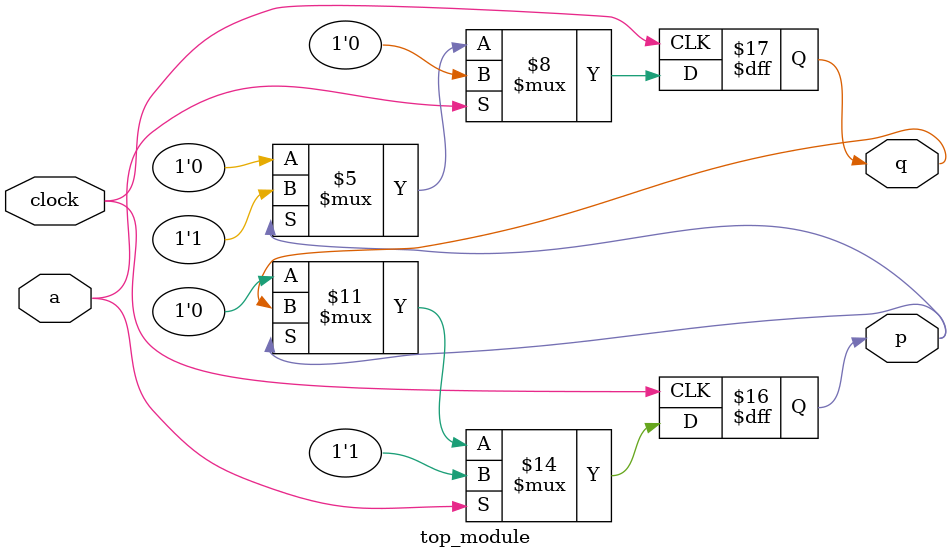
<source format=sv>
module top_module (
	input clock,
	input a, 
	output reg p,
	output reg q
);

always @(posedge clock) begin
	if (a == 1) begin
		p <= 1;
		q <= 0;
	end else if (p == 1) begin
		p <= q;
		q <= 1;
	end else begin
		p <= 0;
		q <= 0;
	end
end
endmodule

</source>
